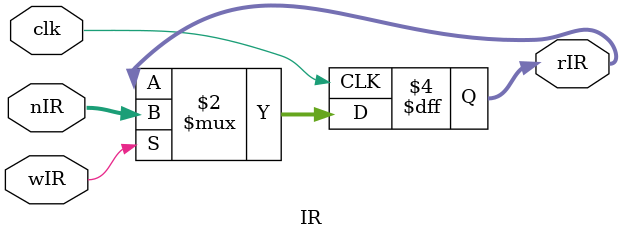
<source format=v>
`default_nettype none

module IR (
        input clk,              // clock
        input [7:0] nIR,
        // control signals
        input wIR,                // enable signal
        // output: register value
        output reg [7:0] rIR
    );

    always @(posedge clk) begin
        if(wIR) begin
          rIR <= nIR;
        end 
    end

endmodule

</source>
